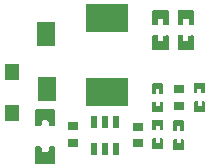
<source format=gtp>
G04 Layer: TopPasteMaskLayer*
G04 EasyEDA Pro v2.2.37.7, 2025-06-16 05:36:05*
G04 Gerber Generator version 0.3*
G04 Scale: 100 percent, Rotated: No, Reflected: No*
G04 Dimensions in millimeters*
G04 Leading zeros omitted, absolute positions, 4 integers and 5 decimals*
%FSLAX45Y45*%
%MOMM*%
%ADD10R,0.9X0.8*%
%ADD11R,0.9X0.8*%
%ADD12R,1.62001X2.04638*%
%ADD13R,1.62001X2.04638*%
%ADD14R,1.2X1.4*%
%ADD15R,3.62001X2.424*%
%ADD16R,0.532X1.07201*%
G75*


G04 PolygonModel Start*
G36*
G01X3988001Y-1337399D02*
G01X3950975Y-1337399D01*
G01X3940975Y-1327399D01*
G01X3940975Y-1296909D01*
G01X3930975Y-1286909D01*
G01X3892225Y-1286909D01*
G01X3882225Y-1296909D01*
G01X3882225Y-1327399D01*
G01X3872225Y-1337399D01*
G01X3835199Y-1337399D01*
G01X3825199Y-1327399D01*
G01X3825199Y-1198900D01*
G01X3835199Y-1188900D01*
G01X3988001Y-1188900D01*
G01X3998001Y-1198900D01*
G01X3998001Y-1327399D01*
G01X3988001Y-1337399D01*
G37*
G36*
G01X3988001Y-1507401D02*
G01X3950975Y-1507401D01*
G01X3940975Y-1517401D01*
G01X3940975Y-1547891D01*
G01X3930975Y-1557891D01*
G01X3892225Y-1557891D01*
G01X3882225Y-1547891D01*
G01X3882225Y-1517401D01*
G01X3872225Y-1507401D01*
G01X3835199Y-1507401D01*
G01X3825199Y-1517401D01*
G01X3825199Y-1645900D01*
G01X3835199Y-1655900D01*
G01X3988001Y-1655900D01*
G01X3998001Y-1645900D01*
G01X3998001Y-1517401D01*
G01X3988001Y-1507401D01*
G37*
G36*
G01X4823899Y-351803D02*
G01X4951898Y-351803D01*
G01X4956899Y-356804D01*
G01X4956899Y-471805D01*
G01X4951898Y-476804D01*
G01X4910894Y-477307D01*
G01X4910894Y-432305D01*
G01X4865896Y-432305D01*
G01X4865896Y-476306D01*
G01X4823899Y-476804D01*
G01X4818898Y-471805D01*
G01X4818898Y-356804D01*
G01X4823899Y-351803D01*
G37*
G36*
G01X4951900Y-692798D02*
G01X4823902Y-692798D01*
G01X4818901Y-687796D01*
G01X4818901Y-572795D01*
G01X4823902Y-567797D01*
G01X4864905Y-567294D01*
G01X4864905Y-612295D01*
G01X4909904Y-612295D01*
G01X4909904Y-568295D01*
G01X4951900Y-567797D01*
G01X4956901Y-572795D01*
G01X4956901Y-687796D01*
G01X4951900Y-692798D01*
G37*
G36*
G01X5039799Y-351803D02*
G01X5167798Y-351803D01*
G01X5172799Y-356804D01*
G01X5172799Y-471805D01*
G01X5167798Y-476804D01*
G01X5126794Y-477307D01*
G01X5126794Y-432305D01*
G01X5081796Y-432305D01*
G01X5081796Y-476306D01*
G01X5039799Y-476804D01*
G01X5034798Y-471805D01*
G01X5034798Y-356804D01*
G01X5039799Y-351803D01*
G37*
G36*
G01X5167800Y-692798D02*
G01X5039802Y-692798D01*
G01X5034801Y-687796D01*
G01X5034801Y-572795D01*
G01X5039802Y-567797D01*
G01X5080805Y-567294D01*
G01X5080805Y-612295D01*
G01X5125804Y-612295D01*
G01X5125804Y-568295D01*
G01X5167800Y-567797D01*
G01X5172801Y-572795D01*
G01X5172801Y-687796D01*
G01X5167800Y-692798D01*
G37*
G36*
G01X5173838Y-971834D02*
G01X5173838Y-1051834D01*
G01X5178839Y-1056836D01*
G01X5201636Y-1056836D01*
G01X5201636Y-1019835D01*
G01X5234635Y-1019835D01*
G01X5234635Y-1056836D01*
G01X5258839Y-1056836D01*
G01X5263838Y-1051834D01*
G01X5263838Y-971834D01*
G01X5258839Y-966836D01*
G01X5178839Y-966836D01*
G01X5173838Y-971834D01*
G37*
G36*
G01X5263835Y-1210838D02*
G01X5263835Y-1130838D01*
G01X5258834Y-1125837D01*
G01X5236037Y-1125837D01*
G01X5236037Y-1162837D01*
G01X5203038Y-1162837D01*
G01X5203038Y-1125837D01*
G01X5178834Y-1125837D01*
G01X5173835Y-1130838D01*
G01X5173835Y-1210838D01*
G01X5178834Y-1215837D01*
G01X5258834Y-1215837D01*
G01X5263835Y-1210838D01*
G37*
G36*
G01X4996901Y-1290198D02*
G01X4996901Y-1370198D01*
G01X5001903Y-1375199D01*
G01X5024699Y-1375199D01*
G01X5024699Y-1338199D01*
G01X5057699Y-1338199D01*
G01X5057699Y-1375199D01*
G01X5081902Y-1375199D01*
G01X5086901Y-1370198D01*
G01X5086901Y-1290198D01*
G01X5081902Y-1285199D01*
G01X5001903Y-1285199D01*
G01X4996901Y-1290198D01*
G37*
G36*
G01X5086899Y-1529202D02*
G01X5086899Y-1449202D01*
G01X5081897Y-1444201D01*
G01X5059101Y-1444201D01*
G01X5059101Y-1481201D01*
G01X5026101Y-1481201D01*
G01X5026101Y-1444201D01*
G01X5001898Y-1444201D01*
G01X4996899Y-1449202D01*
G01X4996899Y-1529202D01*
G01X5001898Y-1534201D01*
G01X5081897Y-1534201D01*
G01X5086899Y-1529202D01*
G37*
G36*
G01X4819101Y-974425D02*
G01X4819101Y-1054425D01*
G01X4824103Y-1059426D01*
G01X4846899Y-1059426D01*
G01X4846899Y-1022426D01*
G01X4879899Y-1022426D01*
G01X4879899Y-1059426D01*
G01X4904102Y-1059426D01*
G01X4909101Y-1054425D01*
G01X4909101Y-974425D01*
G01X4904102Y-969427D01*
G01X4824103Y-969427D01*
G01X4819101Y-974425D01*
G37*
G36*
G01X4909099Y-1213429D02*
G01X4909099Y-1133429D01*
G01X4904097Y-1128428D01*
G01X4881301Y-1128428D01*
G01X4881301Y-1165428D01*
G01X4848301Y-1165428D01*
G01X4848301Y-1128428D01*
G01X4824098Y-1128428D01*
G01X4819099Y-1133429D01*
G01X4819099Y-1213429D01*
G01X4824098Y-1218428D01*
G01X4904097Y-1218428D01*
G01X4909099Y-1213429D01*
G37*
G36*
G01X4820223Y-1285522D02*
G01X4820223Y-1365522D01*
G01X4825224Y-1370523D01*
G01X4848021Y-1370523D01*
G01X4848021Y-1333523D01*
G01X4881020Y-1333523D01*
G01X4881020Y-1370523D01*
G01X4905224Y-1370523D01*
G01X4910223Y-1365522D01*
G01X4910223Y-1285522D01*
G01X4905224Y-1280523D01*
G01X4825224Y-1280523D01*
G01X4820223Y-1285522D01*
G37*
G36*
G01X4910220Y-1524526D02*
G01X4910220Y-1444526D01*
G01X4905219Y-1439525D01*
G01X4882422Y-1439525D01*
G01X4882422Y-1476525D01*
G01X4849423Y-1476525D01*
G01X4849423Y-1439525D01*
G01X4825219Y-1439525D01*
G01X4820220Y-1444526D01*
G01X4820220Y-1524526D01*
G01X4825219Y-1529524D01*
G01X4905219Y-1529524D01*
G01X4910220Y-1524526D01*
G37*

G04 Pad Start*
G54D10*
G01X4150056Y-1335011D03*
G01X4150056Y-1475016D03*
G54D11*
G01X4699000Y-1479702D03*
G01X4699000Y-1339698D03*
G54D10*
G01X5041900Y-1022198D03*
G01X5041900Y-1162202D03*
G54D12*
G01X3923360Y-557009D03*
G54D13*
G01X3925240Y-1017791D03*
G54D14*
G01X3632200Y-1227607D03*
G01X3632200Y-880593D03*
G54D15*
G01X4432300Y-423799D03*
G01X4432300Y-1049401D03*
G54D16*
G01X4514596Y-1297330D03*
G01X4419600Y-1297330D03*
G01X4324604Y-1297330D03*
G01X4324604Y-1527150D03*
G01X4419600Y-1527150D03*
G01X4514596Y-1527150D03*
G04 Pad End*

M02*


</source>
